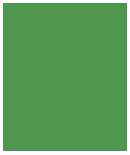
<source format=gbp>
G04 #@! TF.GenerationSoftware,KiCad,Pcbnew,(5.1.9)-1*
G04 #@! TF.CreationDate,2021-04-09T18:10:10+01:00*
G04 #@! TF.ProjectId,TempCtrl,54656d70-4374-4726-9c2e-6b696361645f,v4.3D*
G04 #@! TF.SameCoordinates,Original*
G04 #@! TF.FileFunction,Paste,Bot*
G04 #@! TF.FilePolarity,Positive*
%FSLAX46Y46*%
G04 Gerber Fmt 4.6, Leading zero omitted, Abs format (unit mm)*
G04 Created by KiCad (PCBNEW (5.1.9)-1) date 2021-04-09 18:10:10*
%MOMM*%
%LPD*%
G01*
G04 APERTURE LIST*
%ADD10R,10.500000X12.500000*%
G04 APERTURE END LIST*
D10*
X232800000Y-96964000D03*
M02*

</source>
